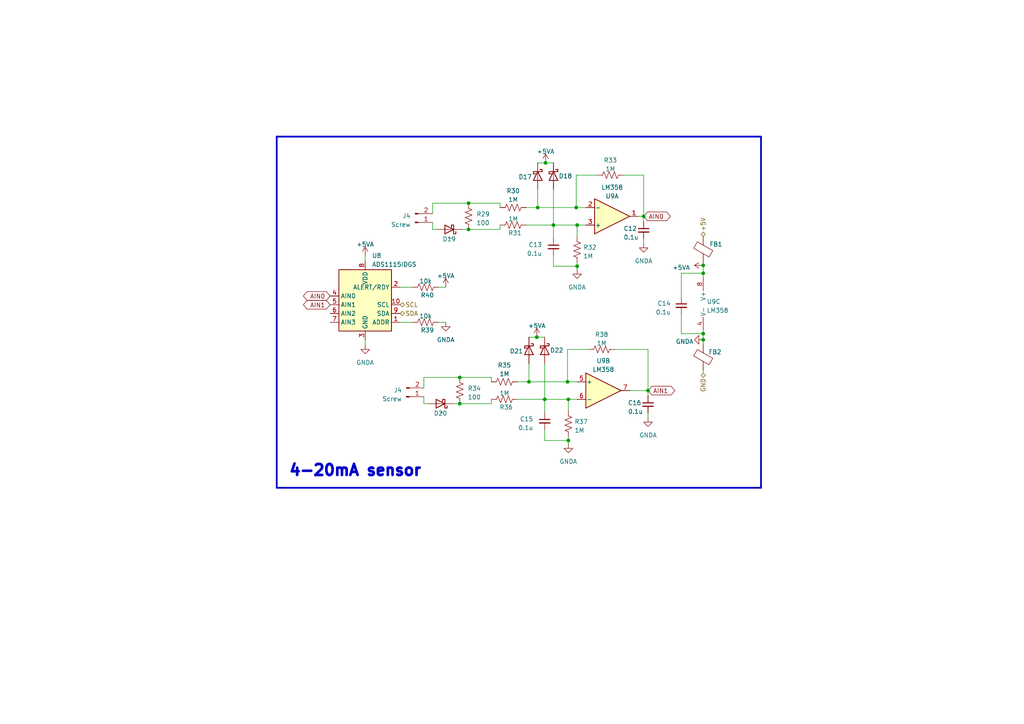
<source format=kicad_sch>
(kicad_sch (version 20230121) (generator eeschema)

  (uuid c15e63be-97ac-4e6d-a12e-e14638965da6)

  (paper "A4")

  (lib_symbols
    (symbol "Amplifier_Operational:LM358" (pin_names (offset 0.127)) (in_bom yes) (on_board yes)
      (property "Reference" "U" (at 0 5.08 0)
        (effects (font (size 1.27 1.27)) (justify left))
      )
      (property "Value" "LM358" (at 0 -5.08 0)
        (effects (font (size 1.27 1.27)) (justify left))
      )
      (property "Footprint" "" (at 0 0 0)
        (effects (font (size 1.27 1.27)) hide)
      )
      (property "Datasheet" "http://www.ti.com/lit/ds/symlink/lm2904-n.pdf" (at 0 0 0)
        (effects (font (size 1.27 1.27)) hide)
      )
      (property "ki_locked" "" (at 0 0 0)
        (effects (font (size 1.27 1.27)))
      )
      (property "ki_keywords" "dual opamp" (at 0 0 0)
        (effects (font (size 1.27 1.27)) hide)
      )
      (property "ki_description" "Low-Power, Dual Operational Amplifiers, DIP-8/SOIC-8/TO-99-8" (at 0 0 0)
        (effects (font (size 1.27 1.27)) hide)
      )
      (property "ki_fp_filters" "SOIC*3.9x4.9mm*P1.27mm* DIP*W7.62mm* TO*99* OnSemi*Micro8* TSSOP*3x3mm*P0.65mm* TSSOP*4.4x3mm*P0.65mm* MSOP*3x3mm*P0.65mm* SSOP*3.9x4.9mm*P0.635mm* LFCSP*2x2mm*P0.5mm* *SIP* SOIC*5.3x6.2mm*P1.27mm*" (at 0 0 0)
        (effects (font (size 1.27 1.27)) hide)
      )
      (symbol "LM358_1_1"
        (polyline
          (pts
            (xy -5.08 5.08)
            (xy 5.08 0)
            (xy -5.08 -5.08)
            (xy -5.08 5.08)
          )
          (stroke (width 0.254) (type default))
          (fill (type background))
        )
        (pin output line (at 7.62 0 180) (length 2.54)
          (name "~" (effects (font (size 1.27 1.27))))
          (number "1" (effects (font (size 1.27 1.27))))
        )
        (pin input line (at -7.62 -2.54 0) (length 2.54)
          (name "-" (effects (font (size 1.27 1.27))))
          (number "2" (effects (font (size 1.27 1.27))))
        )
        (pin input line (at -7.62 2.54 0) (length 2.54)
          (name "+" (effects (font (size 1.27 1.27))))
          (number "3" (effects (font (size 1.27 1.27))))
        )
      )
      (symbol "LM358_2_1"
        (polyline
          (pts
            (xy -5.08 5.08)
            (xy 5.08 0)
            (xy -5.08 -5.08)
            (xy -5.08 5.08)
          )
          (stroke (width 0.254) (type default))
          (fill (type background))
        )
        (pin input line (at -7.62 2.54 0) (length 2.54)
          (name "+" (effects (font (size 1.27 1.27))))
          (number "5" (effects (font (size 1.27 1.27))))
        )
        (pin input line (at -7.62 -2.54 0) (length 2.54)
          (name "-" (effects (font (size 1.27 1.27))))
          (number "6" (effects (font (size 1.27 1.27))))
        )
        (pin output line (at 7.62 0 180) (length 2.54)
          (name "~" (effects (font (size 1.27 1.27))))
          (number "7" (effects (font (size 1.27 1.27))))
        )
      )
      (symbol "LM358_3_1"
        (pin power_in line (at -2.54 -7.62 90) (length 3.81)
          (name "V-" (effects (font (size 1.27 1.27))))
          (number "4" (effects (font (size 1.27 1.27))))
        )
        (pin power_in line (at -2.54 7.62 270) (length 3.81)
          (name "V+" (effects (font (size 1.27 1.27))))
          (number "8" (effects (font (size 1.27 1.27))))
        )
      )
    )
    (symbol "Analog_ADC:ADS1115IDGS" (in_bom yes) (on_board yes)
      (property "Reference" "U" (at 2.54 13.97 0)
        (effects (font (size 1.27 1.27)))
      )
      (property "Value" "ADS1115IDGS" (at 7.62 11.43 0)
        (effects (font (size 1.27 1.27)))
      )
      (property "Footprint" "Package_SO:TSSOP-10_3x3mm_P0.5mm" (at 0 -12.7 0)
        (effects (font (size 1.27 1.27)) hide)
      )
      (property "Datasheet" "http://www.ti.com/lit/ds/symlink/ads1113.pdf" (at -1.27 -22.86 0)
        (effects (font (size 1.27 1.27)) hide)
      )
      (property "ki_keywords" "16 bit 4 channel I2C ADC" (at 0 0 0)
        (effects (font (size 1.27 1.27)) hide)
      )
      (property "ki_description" "Ultra-Small, Low-Power, I2C-Compatible, 860-SPS, 16-Bit ADCs With Internal Reference, Oscillator, and Programmable Comparator, VSSOP-10" (at 0 0 0)
        (effects (font (size 1.27 1.27)) hide)
      )
      (property "ki_fp_filters" "TSSOP*3x3mm*P0.5mm*" (at 0 0 0)
        (effects (font (size 1.27 1.27)) hide)
      )
      (symbol "ADS1115IDGS_0_1"
        (rectangle (start -7.62 10.16) (end 7.62 -7.62)
          (stroke (width 0.254) (type default))
          (fill (type background))
        )
      )
      (symbol "ADS1115IDGS_1_1"
        (pin input line (at 10.16 -5.08 180) (length 2.54)
          (name "ADDR" (effects (font (size 1.27 1.27))))
          (number "1" (effects (font (size 1.27 1.27))))
        )
        (pin input line (at 10.16 0 180) (length 2.54)
          (name "SCL" (effects (font (size 1.27 1.27))))
          (number "10" (effects (font (size 1.27 1.27))))
        )
        (pin output line (at 10.16 5.08 180) (length 2.54)
          (name "ALERT/RDY" (effects (font (size 1.27 1.27))))
          (number "2" (effects (font (size 1.27 1.27))))
        )
        (pin power_in line (at 0 -10.16 90) (length 2.54)
          (name "GND" (effects (font (size 1.27 1.27))))
          (number "3" (effects (font (size 1.27 1.27))))
        )
        (pin input line (at -10.16 2.54 0) (length 2.54)
          (name "AIN0" (effects (font (size 1.27 1.27))))
          (number "4" (effects (font (size 1.27 1.27))))
        )
        (pin input line (at -10.16 0 0) (length 2.54)
          (name "AIN1" (effects (font (size 1.27 1.27))))
          (number "5" (effects (font (size 1.27 1.27))))
        )
        (pin input line (at -10.16 -2.54 0) (length 2.54)
          (name "AIN2" (effects (font (size 1.27 1.27))))
          (number "6" (effects (font (size 1.27 1.27))))
        )
        (pin input line (at -10.16 -5.08 0) (length 2.54)
          (name "AIN3" (effects (font (size 1.27 1.27))))
          (number "7" (effects (font (size 1.27 1.27))))
        )
        (pin power_in line (at 0 12.7 270) (length 2.54)
          (name "VDD" (effects (font (size 1.27 1.27))))
          (number "8" (effects (font (size 1.27 1.27))))
        )
        (pin bidirectional line (at 10.16 -2.54 180) (length 2.54)
          (name "SDA" (effects (font (size 1.27 1.27))))
          (number "9" (effects (font (size 1.27 1.27))))
        )
      )
    )
    (symbol "Connector:Conn_01x02_Pin" (pin_names (offset 1.016) hide) (in_bom yes) (on_board yes)
      (property "Reference" "J" (at 0 2.54 0)
        (effects (font (size 1.27 1.27)))
      )
      (property "Value" "Conn_01x02_Pin" (at 0 -5.08 0)
        (effects (font (size 1.27 1.27)))
      )
      (property "Footprint" "" (at 0 0 0)
        (effects (font (size 1.27 1.27)) hide)
      )
      (property "Datasheet" "~" (at 0 0 0)
        (effects (font (size 1.27 1.27)) hide)
      )
      (property "ki_locked" "" (at 0 0 0)
        (effects (font (size 1.27 1.27)))
      )
      (property "ki_keywords" "connector" (at 0 0 0)
        (effects (font (size 1.27 1.27)) hide)
      )
      (property "ki_description" "Generic connector, single row, 01x02, script generated" (at 0 0 0)
        (effects (font (size 1.27 1.27)) hide)
      )
      (property "ki_fp_filters" "Connector*:*_1x??_*" (at 0 0 0)
        (effects (font (size 1.27 1.27)) hide)
      )
      (symbol "Conn_01x02_Pin_1_1"
        (polyline
          (pts
            (xy 1.27 -2.54)
            (xy 0.8636 -2.54)
          )
          (stroke (width 0.1524) (type default))
          (fill (type none))
        )
        (polyline
          (pts
            (xy 1.27 0)
            (xy 0.8636 0)
          )
          (stroke (width 0.1524) (type default))
          (fill (type none))
        )
        (rectangle (start 0.8636 -2.413) (end 0 -2.667)
          (stroke (width 0.1524) (type default))
          (fill (type outline))
        )
        (rectangle (start 0.8636 0.127) (end 0 -0.127)
          (stroke (width 0.1524) (type default))
          (fill (type outline))
        )
        (pin passive line (at 5.08 0 180) (length 3.81)
          (name "Pin_1" (effects (font (size 1.27 1.27))))
          (number "1" (effects (font (size 1.27 1.27))))
        )
        (pin passive line (at 5.08 -2.54 180) (length 3.81)
          (name "Pin_2" (effects (font (size 1.27 1.27))))
          (number "2" (effects (font (size 1.27 1.27))))
        )
      )
    )
    (symbol "Device:C_Small" (pin_numbers hide) (pin_names (offset 0.254) hide) (in_bom yes) (on_board yes)
      (property "Reference" "C" (at 0.254 1.778 0)
        (effects (font (size 1.27 1.27)) (justify left))
      )
      (property "Value" "C_Small" (at 0.254 -2.032 0)
        (effects (font (size 1.27 1.27)) (justify left))
      )
      (property "Footprint" "" (at 0 0 0)
        (effects (font (size 1.27 1.27)) hide)
      )
      (property "Datasheet" "~" (at 0 0 0)
        (effects (font (size 1.27 1.27)) hide)
      )
      (property "ki_keywords" "capacitor cap" (at 0 0 0)
        (effects (font (size 1.27 1.27)) hide)
      )
      (property "ki_description" "Unpolarized capacitor, small symbol" (at 0 0 0)
        (effects (font (size 1.27 1.27)) hide)
      )
      (property "ki_fp_filters" "C_*" (at 0 0 0)
        (effects (font (size 1.27 1.27)) hide)
      )
      (symbol "C_Small_0_1"
        (polyline
          (pts
            (xy -1.524 -0.508)
            (xy 1.524 -0.508)
          )
          (stroke (width 0.3302) (type default))
          (fill (type none))
        )
        (polyline
          (pts
            (xy -1.524 0.508)
            (xy 1.524 0.508)
          )
          (stroke (width 0.3048) (type default))
          (fill (type none))
        )
      )
      (symbol "C_Small_1_1"
        (pin passive line (at 0 2.54 270) (length 2.032)
          (name "~" (effects (font (size 1.27 1.27))))
          (number "1" (effects (font (size 1.27 1.27))))
        )
        (pin passive line (at 0 -2.54 90) (length 2.032)
          (name "~" (effects (font (size 1.27 1.27))))
          (number "2" (effects (font (size 1.27 1.27))))
        )
      )
    )
    (symbol "Device:D_Schottky" (pin_numbers hide) (pin_names (offset 1.016) hide) (in_bom yes) (on_board yes)
      (property "Reference" "D" (at 0 2.54 0)
        (effects (font (size 1.27 1.27)))
      )
      (property "Value" "D_Schottky" (at 0 -2.54 0)
        (effects (font (size 1.27 1.27)))
      )
      (property "Footprint" "" (at 0 0 0)
        (effects (font (size 1.27 1.27)) hide)
      )
      (property "Datasheet" "~" (at 0 0 0)
        (effects (font (size 1.27 1.27)) hide)
      )
      (property "ki_keywords" "diode Schottky" (at 0 0 0)
        (effects (font (size 1.27 1.27)) hide)
      )
      (property "ki_description" "Schottky diode" (at 0 0 0)
        (effects (font (size 1.27 1.27)) hide)
      )
      (property "ki_fp_filters" "TO-???* *_Diode_* *SingleDiode* D_*" (at 0 0 0)
        (effects (font (size 1.27 1.27)) hide)
      )
      (symbol "D_Schottky_0_1"
        (polyline
          (pts
            (xy 1.27 0)
            (xy -1.27 0)
          )
          (stroke (width 0) (type default))
          (fill (type none))
        )
        (polyline
          (pts
            (xy 1.27 1.27)
            (xy 1.27 -1.27)
            (xy -1.27 0)
            (xy 1.27 1.27)
          )
          (stroke (width 0.254) (type default))
          (fill (type none))
        )
        (polyline
          (pts
            (xy -1.905 0.635)
            (xy -1.905 1.27)
            (xy -1.27 1.27)
            (xy -1.27 -1.27)
            (xy -0.635 -1.27)
            (xy -0.635 -0.635)
          )
          (stroke (width 0.254) (type default))
          (fill (type none))
        )
      )
      (symbol "D_Schottky_1_1"
        (pin passive line (at -3.81 0 0) (length 2.54)
          (name "K" (effects (font (size 1.27 1.27))))
          (number "1" (effects (font (size 1.27 1.27))))
        )
        (pin passive line (at 3.81 0 180) (length 2.54)
          (name "A" (effects (font (size 1.27 1.27))))
          (number "2" (effects (font (size 1.27 1.27))))
        )
      )
    )
    (symbol "Device:FerriteBead" (pin_numbers hide) (pin_names (offset 0)) (in_bom yes) (on_board yes)
      (property "Reference" "FB" (at -3.81 0.635 90)
        (effects (font (size 1.27 1.27)))
      )
      (property "Value" "FerriteBead" (at 3.81 0 90)
        (effects (font (size 1.27 1.27)))
      )
      (property "Footprint" "" (at -1.778 0 90)
        (effects (font (size 1.27 1.27)) hide)
      )
      (property "Datasheet" "~" (at 0 0 0)
        (effects (font (size 1.27 1.27)) hide)
      )
      (property "ki_keywords" "L ferrite bead inductor filter" (at 0 0 0)
        (effects (font (size 1.27 1.27)) hide)
      )
      (property "ki_description" "Ferrite bead" (at 0 0 0)
        (effects (font (size 1.27 1.27)) hide)
      )
      (property "ki_fp_filters" "Inductor_* L_* *Ferrite*" (at 0 0 0)
        (effects (font (size 1.27 1.27)) hide)
      )
      (symbol "FerriteBead_0_1"
        (polyline
          (pts
            (xy 0 -1.27)
            (xy 0 -1.2192)
          )
          (stroke (width 0) (type default))
          (fill (type none))
        )
        (polyline
          (pts
            (xy 0 1.27)
            (xy 0 1.2954)
          )
          (stroke (width 0) (type default))
          (fill (type none))
        )
        (polyline
          (pts
            (xy -2.7686 0.4064)
            (xy -1.7018 2.2606)
            (xy 2.7686 -0.3048)
            (xy 1.6764 -2.159)
            (xy -2.7686 0.4064)
          )
          (stroke (width 0) (type default))
          (fill (type none))
        )
      )
      (symbol "FerriteBead_1_1"
        (pin passive line (at 0 3.81 270) (length 2.54)
          (name "~" (effects (font (size 1.27 1.27))))
          (number "1" (effects (font (size 1.27 1.27))))
        )
        (pin passive line (at 0 -3.81 90) (length 2.54)
          (name "~" (effects (font (size 1.27 1.27))))
          (number "2" (effects (font (size 1.27 1.27))))
        )
      )
    )
    (symbol "Device:R_US" (pin_numbers hide) (pin_names (offset 0)) (in_bom yes) (on_board yes)
      (property "Reference" "R" (at 2.54 0 90)
        (effects (font (size 1.27 1.27)))
      )
      (property "Value" "R_US" (at -2.54 0 90)
        (effects (font (size 1.27 1.27)))
      )
      (property "Footprint" "" (at 1.016 -0.254 90)
        (effects (font (size 1.27 1.27)) hide)
      )
      (property "Datasheet" "~" (at 0 0 0)
        (effects (font (size 1.27 1.27)) hide)
      )
      (property "ki_keywords" "R res resistor" (at 0 0 0)
        (effects (font (size 1.27 1.27)) hide)
      )
      (property "ki_description" "Resistor, US symbol" (at 0 0 0)
        (effects (font (size 1.27 1.27)) hide)
      )
      (property "ki_fp_filters" "R_*" (at 0 0 0)
        (effects (font (size 1.27 1.27)) hide)
      )
      (symbol "R_US_0_1"
        (polyline
          (pts
            (xy 0 -2.286)
            (xy 0 -2.54)
          )
          (stroke (width 0) (type default))
          (fill (type none))
        )
        (polyline
          (pts
            (xy 0 2.286)
            (xy 0 2.54)
          )
          (stroke (width 0) (type default))
          (fill (type none))
        )
        (polyline
          (pts
            (xy 0 -0.762)
            (xy 1.016 -1.143)
            (xy 0 -1.524)
            (xy -1.016 -1.905)
            (xy 0 -2.286)
          )
          (stroke (width 0) (type default))
          (fill (type none))
        )
        (polyline
          (pts
            (xy 0 0.762)
            (xy 1.016 0.381)
            (xy 0 0)
            (xy -1.016 -0.381)
            (xy 0 -0.762)
          )
          (stroke (width 0) (type default))
          (fill (type none))
        )
        (polyline
          (pts
            (xy 0 2.286)
            (xy 1.016 1.905)
            (xy 0 1.524)
            (xy -1.016 1.143)
            (xy 0 0.762)
          )
          (stroke (width 0) (type default))
          (fill (type none))
        )
      )
      (symbol "R_US_1_1"
        (pin passive line (at 0 3.81 270) (length 1.27)
          (name "~" (effects (font (size 1.27 1.27))))
          (number "1" (effects (font (size 1.27 1.27))))
        )
        (pin passive line (at 0 -3.81 90) (length 1.27)
          (name "~" (effects (font (size 1.27 1.27))))
          (number "2" (effects (font (size 1.27 1.27))))
        )
      )
    )
    (symbol "power:+5VA" (power) (pin_names (offset 0)) (in_bom yes) (on_board yes)
      (property "Reference" "#PWR" (at 0 -3.81 0)
        (effects (font (size 1.27 1.27)) hide)
      )
      (property "Value" "+5VA" (at 0 3.556 0)
        (effects (font (size 1.27 1.27)))
      )
      (property "Footprint" "" (at 0 0 0)
        (effects (font (size 1.27 1.27)) hide)
      )
      (property "Datasheet" "" (at 0 0 0)
        (effects (font (size 1.27 1.27)) hide)
      )
      (property "ki_keywords" "global power" (at 0 0 0)
        (effects (font (size 1.27 1.27)) hide)
      )
      (property "ki_description" "Power symbol creates a global label with name \"+5VA\"" (at 0 0 0)
        (effects (font (size 1.27 1.27)) hide)
      )
      (symbol "+5VA_0_1"
        (polyline
          (pts
            (xy -0.762 1.27)
            (xy 0 2.54)
          )
          (stroke (width 0) (type default))
          (fill (type none))
        )
        (polyline
          (pts
            (xy 0 0)
            (xy 0 2.54)
          )
          (stroke (width 0) (type default))
          (fill (type none))
        )
        (polyline
          (pts
            (xy 0 2.54)
            (xy 0.762 1.27)
          )
          (stroke (width 0) (type default))
          (fill (type none))
        )
      )
      (symbol "+5VA_1_1"
        (pin power_in line (at 0 0 90) (length 0) hide
          (name "+5VA" (effects (font (size 1.27 1.27))))
          (number "1" (effects (font (size 1.27 1.27))))
        )
      )
    )
    (symbol "power:GNDA" (power) (pin_names (offset 0)) (in_bom yes) (on_board yes)
      (property "Reference" "#PWR" (at 0 -6.35 0)
        (effects (font (size 1.27 1.27)) hide)
      )
      (property "Value" "GNDA" (at 0 -3.81 0)
        (effects (font (size 1.27 1.27)))
      )
      (property "Footprint" "" (at 0 0 0)
        (effects (font (size 1.27 1.27)) hide)
      )
      (property "Datasheet" "" (at 0 0 0)
        (effects (font (size 1.27 1.27)) hide)
      )
      (property "ki_keywords" "global power" (at 0 0 0)
        (effects (font (size 1.27 1.27)) hide)
      )
      (property "ki_description" "Power symbol creates a global label with name \"GNDA\" , analog ground" (at 0 0 0)
        (effects (font (size 1.27 1.27)) hide)
      )
      (symbol "GNDA_0_1"
        (polyline
          (pts
            (xy 0 0)
            (xy 0 -1.27)
            (xy 1.27 -1.27)
            (xy 0 -2.54)
            (xy -1.27 -1.27)
            (xy 0 -1.27)
          )
          (stroke (width 0) (type default))
          (fill (type none))
        )
      )
      (symbol "GNDA_1_1"
        (pin power_in line (at 0 0 270) (length 0) hide
          (name "GNDA" (effects (font (size 1.27 1.27))))
          (number "1" (effects (font (size 1.27 1.27))))
        )
      )
    )
  )

  (junction (at 157.988 115.824) (diameter 0) (color 0 0 0 0)
    (uuid 099eb9ce-a80b-4884-9f40-95ea7af2e6db)
  )
  (junction (at 203.962 98.552) (diameter 0) (color 0 0 0 0)
    (uuid 0fbf9d96-f02a-4b21-9a68-c9fbe5d89bf1)
  )
  (junction (at 158.242 47.244) (diameter 0) (color 0 0 0 0)
    (uuid 1549a414-3622-44c6-9ca5-a64abb5e171f)
  )
  (junction (at 203.962 79.248) (diameter 0) (color 0 0 0 0)
    (uuid 1ee3f8e6-fe3e-45be-a116-3b416c13b283)
  )
  (junction (at 135.89 66.548) (diameter 0) (color 0 0 0 0)
    (uuid 1f16c0f3-5740-47ff-92c1-cfba501dbc7d)
  )
  (junction (at 153.416 110.744) (diameter 0) (color 0 0 0 0)
    (uuid 2665f7f9-fd00-46d0-af6f-9f9ba64d3164)
  )
  (junction (at 155.956 60.198) (diameter 0) (color 0 0 0 0)
    (uuid 364e937f-8976-433e-9c27-2bc0ebe4d837)
  )
  (junction (at 133.35 117.094) (diameter 0) (color 0 0 0 0)
    (uuid 409770c7-3359-41a3-bb51-e982b6b274b5)
  )
  (junction (at 164.846 115.824) (diameter 0) (color 0 0 0 0)
    (uuid 6f2fbc15-0f36-43ac-be7c-d47255801b4a)
  )
  (junction (at 164.592 110.744) (diameter 0) (color 0 0 0 0)
    (uuid 792fe08d-edcb-45e0-a828-022990e1615e)
  )
  (junction (at 203.962 96.774) (diameter 0) (color 0 0 0 0)
    (uuid 7c19d1b6-aa6b-4339-bc14-3530c0c2b9f7)
  )
  (junction (at 160.528 65.278) (diameter 0) (color 0 0 0 0)
    (uuid 7ca2b678-e870-49a8-8ac0-13e3fa414b1e)
  )
  (junction (at 186.69 62.738) (diameter 0) (color 0 0 0 0)
    (uuid 7dc2ed65-56a2-4e73-8627-148480e66615)
  )
  (junction (at 167.386 65.278) (diameter 0) (color 0 0 0 0)
    (uuid 7fa854bb-4777-476a-8f13-1d0f36cbdad2)
  )
  (junction (at 135.89 58.928) (diameter 0) (color 0 0 0 0)
    (uuid 8f1db62d-1c11-4a1b-956d-27dbb8ab3483)
  )
  (junction (at 187.96 113.284) (diameter 0) (color 0 0 0 0)
    (uuid 919a1aea-ed91-4727-b492-1b804465c563)
  )
  (junction (at 167.386 77.216) (diameter 0) (color 0 0 0 0)
    (uuid 9b4d4172-cda5-4a46-ac7d-f2cd3b10257e)
  )
  (junction (at 133.35 109.474) (diameter 0) (color 0 0 0 0)
    (uuid a9f2da4e-4512-418d-a2b8-95f09896af9f)
  )
  (junction (at 203.962 76.962) (diameter 0) (color 0 0 0 0)
    (uuid ac305935-feab-4d2b-8821-93107db2c509)
  )
  (junction (at 164.846 127.762) (diameter 0) (color 0 0 0 0)
    (uuid c15da9ab-2427-489d-b488-233b00857d63)
  )
  (junction (at 167.132 60.198) (diameter 0) (color 0 0 0 0)
    (uuid cd18c432-5050-4bbf-bfeb-02d81f36b627)
  )
  (junction (at 155.702 97.79) (diameter 0) (color 0 0 0 0)
    (uuid e98f4823-5bad-46c1-9922-302ec6d4e801)
  )

  (wire (pts (xy 203.962 76.2) (xy 203.962 76.962))
    (stroke (width 0) (type default))
    (uuid 0265e0ba-b451-47a3-8df9-a84583f16c73)
  )
  (wire (pts (xy 145.034 58.928) (xy 145.034 60.198))
    (stroke (width 0) (type default))
    (uuid 074f3482-6fc0-4925-8d57-1d8a8c79a018)
  )
  (wire (pts (xy 167.132 50.8) (xy 167.132 60.198))
    (stroke (width 0) (type default))
    (uuid 0bb535ad-2fcb-48a8-a042-1753da2f9087)
  )
  (wire (pts (xy 164.846 115.824) (xy 164.846 119.126))
    (stroke (width 0) (type default))
    (uuid 0c57b8bf-55f8-471a-98b0-dc4bcfb8248a)
  )
  (wire (pts (xy 164.846 126.746) (xy 164.846 127.762))
    (stroke (width 0) (type default))
    (uuid 0ede5a4c-02cf-4fb9-9e93-f9c076a311c9)
  )
  (wire (pts (xy 164.846 115.824) (xy 167.386 115.824))
    (stroke (width 0) (type default))
    (uuid 157e045a-55e0-4b06-abab-151b25879fb8)
  )
  (wire (pts (xy 203.962 79.248) (xy 203.962 80.518))
    (stroke (width 0) (type default))
    (uuid 17ce43d0-953b-41f2-ad8b-7f34591b9138)
  )
  (wire (pts (xy 153.416 97.79) (xy 155.702 97.79))
    (stroke (width 0) (type default))
    (uuid 1907e812-3ed5-40f1-b354-6930414fdd21)
  )
  (wire (pts (xy 203.962 96.774) (xy 203.962 98.552))
    (stroke (width 0) (type default))
    (uuid 1909910c-f79d-4e14-b1a1-c60295a1a9fe)
  )
  (wire (pts (xy 173.228 50.8) (xy 167.132 50.8))
    (stroke (width 0) (type default))
    (uuid 1cba4a79-efc5-4876-93d7-7e72dc4b4fa5)
  )
  (wire (pts (xy 125.476 64.516) (xy 125.476 66.548))
    (stroke (width 0) (type default))
    (uuid 315b7c24-9b47-4414-946c-5ea08c39844a)
  )
  (wire (pts (xy 197.612 91.186) (xy 197.612 96.774))
    (stroke (width 0) (type default))
    (uuid 33f7ba9f-329e-491d-bb11-89b11f3d0b77)
  )
  (wire (pts (xy 116.078 93.472) (xy 119.634 93.472))
    (stroke (width 0) (type default))
    (uuid 367f19b2-5525-4708-9f6a-fd0dffbba11a)
  )
  (wire (pts (xy 157.988 115.824) (xy 164.846 115.824))
    (stroke (width 0) (type default))
    (uuid 36bb5c47-48d9-481a-92f0-6e76e6f52244)
  )
  (wire (pts (xy 153.416 105.41) (xy 153.416 110.744))
    (stroke (width 0) (type default))
    (uuid 375c7fa5-3d2b-4561-b5d4-a9ec7b4605be)
  )
  (wire (pts (xy 153.416 110.744) (xy 164.592 110.744))
    (stroke (width 0) (type default))
    (uuid 3dcd3431-2103-4fb0-9f2a-c6b2fdad488f)
  )
  (wire (pts (xy 134.112 66.548) (xy 135.89 66.548))
    (stroke (width 0) (type default))
    (uuid 3df0fc56-e5c0-4c46-ab25-db737770c2d8)
  )
  (wire (pts (xy 167.386 65.278) (xy 167.386 68.58))
    (stroke (width 0) (type default))
    (uuid 3f22410d-39f7-40e8-be15-2fe5d6b54da0)
  )
  (wire (pts (xy 135.89 66.548) (xy 145.034 66.548))
    (stroke (width 0) (type default))
    (uuid 4735b891-22b1-45d2-b190-3dd8a287bc6b)
  )
  (wire (pts (xy 131.572 117.094) (xy 133.35 117.094))
    (stroke (width 0) (type default))
    (uuid 4879f252-64e8-4e4d-99b2-f94e1129815f)
  )
  (wire (pts (xy 142.494 117.094) (xy 142.494 115.824))
    (stroke (width 0) (type default))
    (uuid 492ed797-fbc5-468e-b661-652149551316)
  )
  (wire (pts (xy 152.654 60.198) (xy 155.956 60.198))
    (stroke (width 0) (type default))
    (uuid 51126d3e-d9e0-4589-86ca-fe7aeeb4e31b)
  )
  (wire (pts (xy 105.918 74.168) (xy 105.918 75.692))
    (stroke (width 0) (type default))
    (uuid 522b660f-6cfa-496f-9d78-d9a12135c0f1)
  )
  (wire (pts (xy 135.89 58.928) (xy 145.034 58.928))
    (stroke (width 0) (type default))
    (uuid 54ecfdb4-631e-4efd-a323-59fc78e6694c)
  )
  (wire (pts (xy 152.654 65.278) (xy 160.528 65.278))
    (stroke (width 0) (type default))
    (uuid 58328d0a-5046-4959-97aa-2b26c9f3201a)
  )
  (wire (pts (xy 125.476 66.548) (xy 126.492 66.548))
    (stroke (width 0) (type default))
    (uuid 5a189376-e551-4cef-9bfd-0b7cf94b2871)
  )
  (wire (pts (xy 186.69 62.738) (xy 186.69 64.262))
    (stroke (width 0) (type default))
    (uuid 5b639ad3-b321-4412-9c80-e5c1fc2bea1c)
  )
  (wire (pts (xy 167.386 77.216) (xy 167.386 78.232))
    (stroke (width 0) (type default))
    (uuid 5d4bda57-ab0e-483f-a888-aa4a909f2213)
  )
  (wire (pts (xy 122.936 117.094) (xy 123.952 117.094))
    (stroke (width 0) (type default))
    (uuid 627aa8db-7a5c-429b-97f3-362c1fb415d8)
  )
  (wire (pts (xy 125.476 58.928) (xy 135.89 58.928))
    (stroke (width 0) (type default))
    (uuid 645fcbcb-b53e-4158-acb5-d699288ed765)
  )
  (wire (pts (xy 187.96 113.284) (xy 187.96 114.808))
    (stroke (width 0) (type default))
    (uuid 64959040-a42f-4080-ae79-e1ffc3c4781b)
  )
  (wire (pts (xy 133.35 109.474) (xy 142.494 109.474))
    (stroke (width 0) (type default))
    (uuid 64e3fb1b-f3b9-4312-b54b-bfad3b936236)
  )
  (wire (pts (xy 155.702 97.79) (xy 157.988 97.79))
    (stroke (width 0) (type default))
    (uuid 67514ec1-a4d9-433d-96be-27769f742964)
  )
  (wire (pts (xy 160.528 54.864) (xy 160.528 65.278))
    (stroke (width 0) (type default))
    (uuid 69794c14-a929-472c-a2e2-3507fc9fb0f2)
  )
  (wire (pts (xy 150.114 110.744) (xy 153.416 110.744))
    (stroke (width 0) (type default))
    (uuid 6b9db841-0daf-4bd4-bfdc-99b0a2bcfdb0)
  )
  (wire (pts (xy 167.132 60.198) (xy 169.926 60.198))
    (stroke (width 0) (type default))
    (uuid 6f1b09bc-4f11-41c6-ab5c-d94a3c259d07)
  )
  (wire (pts (xy 164.592 110.744) (xy 167.386 110.744))
    (stroke (width 0) (type default))
    (uuid 6fd76005-328d-4c0f-9eaf-766cf6f97ac7)
  )
  (wire (pts (xy 167.386 76.2) (xy 167.386 77.216))
    (stroke (width 0) (type default))
    (uuid 70503f64-cc61-4402-b05a-9fcf78f8cee4)
  )
  (wire (pts (xy 186.69 62.738) (xy 185.166 62.738))
    (stroke (width 0) (type default))
    (uuid 739b9cea-2799-4a1a-b422-9a0255af06bf)
  )
  (wire (pts (xy 155.956 60.198) (xy 167.132 60.198))
    (stroke (width 0) (type default))
    (uuid 758dfc97-d9b0-4139-92e0-fdc85661aa20)
  )
  (wire (pts (xy 160.528 74.168) (xy 160.528 77.216))
    (stroke (width 0) (type default))
    (uuid 787bbdf8-6a3e-43a2-85f2-b3de59218f26)
  )
  (wire (pts (xy 180.848 50.8) (xy 186.69 50.8))
    (stroke (width 0) (type default))
    (uuid 7a17a064-c7af-4e24-8fb3-89722bcf5a0e)
  )
  (wire (pts (xy 164.592 101.346) (xy 164.592 110.744))
    (stroke (width 0) (type default))
    (uuid 7b2ad376-7219-4955-a4bd-13783985307f)
  )
  (wire (pts (xy 197.612 86.106) (xy 197.612 79.248))
    (stroke (width 0) (type default))
    (uuid 7cb2fdee-9d6c-4858-a46c-20ae07385ca4)
  )
  (wire (pts (xy 203.962 96.774) (xy 203.962 95.758))
    (stroke (width 0) (type default))
    (uuid 7dfc605c-2e89-410d-90df-6e3c9bd73e1b)
  )
  (wire (pts (xy 160.528 65.278) (xy 167.386 65.278))
    (stroke (width 0) (type default))
    (uuid 8a63b296-b824-4a2e-ae5e-b37559c38dc0)
  )
  (wire (pts (xy 116.078 83.312) (xy 119.634 83.312))
    (stroke (width 0) (type default))
    (uuid 8df43ad8-313f-4508-b000-d9e0937bdab4)
  )
  (wire (pts (xy 186.69 50.8) (xy 186.69 62.738))
    (stroke (width 0) (type default))
    (uuid 8ed59dd5-a56e-4a95-8aa9-44baed178671)
  )
  (wire (pts (xy 157.988 105.41) (xy 157.988 115.824))
    (stroke (width 0) (type default))
    (uuid 9243683f-b758-4ca5-bc31-c109f708e05a)
  )
  (wire (pts (xy 155.956 47.244) (xy 158.242 47.244))
    (stroke (width 0) (type default))
    (uuid 94603ed6-fd4f-44bd-93c2-8d8432875157)
  )
  (wire (pts (xy 127.254 93.472) (xy 129.286 93.472))
    (stroke (width 0) (type default))
    (uuid a460b50e-c168-43d8-9d41-2739e44b3535)
  )
  (wire (pts (xy 157.988 115.824) (xy 157.988 119.634))
    (stroke (width 0) (type default))
    (uuid a47aafcb-62b7-4591-96b0-0d1c919fde35)
  )
  (wire (pts (xy 170.688 101.346) (xy 164.592 101.346))
    (stroke (width 0) (type default))
    (uuid a4a54405-26de-42bd-ab58-7cc1ee6f2ba6)
  )
  (wire (pts (xy 155.956 54.864) (xy 155.956 60.198))
    (stroke (width 0) (type default))
    (uuid a92ffe35-acec-4d60-9ba4-3cb8650f02e9)
  )
  (wire (pts (xy 125.476 61.976) (xy 125.476 58.928))
    (stroke (width 0) (type default))
    (uuid a9a0af52-5227-4859-b359-feaf9d8bed6e)
  )
  (wire (pts (xy 142.494 109.474) (xy 142.494 110.744))
    (stroke (width 0) (type default))
    (uuid abdaac91-4b54-4cc5-a96f-94b7c23ce9c5)
  )
  (wire (pts (xy 182.626 113.284) (xy 187.96 113.284))
    (stroke (width 0) (type default))
    (uuid acdd9822-d5ff-4890-8765-e81cbe6dcbe9)
  )
  (wire (pts (xy 133.35 117.094) (xy 142.494 117.094))
    (stroke (width 0) (type default))
    (uuid af3e1e82-d5e1-4795-8eff-aae9f9d1580b)
  )
  (wire (pts (xy 157.988 124.714) (xy 157.988 127.762))
    (stroke (width 0) (type default))
    (uuid b61bc44d-4705-4d5c-9356-94b40a8fcff5)
  )
  (wire (pts (xy 186.69 69.342) (xy 186.69 70.612))
    (stroke (width 0) (type default))
    (uuid c0768ab9-1acc-4938-a5a1-1398fc56aa1e)
  )
  (wire (pts (xy 203.962 76.962) (xy 203.962 79.248))
    (stroke (width 0) (type default))
    (uuid c2f26189-dc5e-4772-96b7-5a0ee14ee137)
  )
  (wire (pts (xy 122.936 112.522) (xy 122.936 109.474))
    (stroke (width 0) (type default))
    (uuid c4c5aee6-d24e-413c-b0ec-87e479c0446d)
  )
  (wire (pts (xy 187.96 119.888) (xy 187.96 121.158))
    (stroke (width 0) (type default))
    (uuid c938fd9a-d19a-4224-95ca-0903913377bd)
  )
  (wire (pts (xy 203.962 107.442) (xy 203.962 108.204))
    (stroke (width 0) (type default))
    (uuid cc7e73c1-96fe-4809-ba0b-f485bda771d8)
  )
  (wire (pts (xy 105.918 98.552) (xy 105.918 100.076))
    (stroke (width 0) (type default))
    (uuid ceb11c4a-50f6-43b6-9d41-1cfd1f523cc2)
  )
  (wire (pts (xy 122.936 109.474) (xy 133.35 109.474))
    (stroke (width 0) (type default))
    (uuid cfc7025e-873b-4f16-9736-1ae0d2b710a0)
  )
  (wire (pts (xy 158.242 47.244) (xy 160.528 47.244))
    (stroke (width 0) (type default))
    (uuid d0b4f338-51a1-4a2a-9595-49febd2affeb)
  )
  (wire (pts (xy 160.528 77.216) (xy 167.386 77.216))
    (stroke (width 0) (type default))
    (uuid d3b1a710-5d71-4edf-9945-a502b216a075)
  )
  (wire (pts (xy 150.114 115.824) (xy 157.988 115.824))
    (stroke (width 0) (type default))
    (uuid d5355a3a-760e-44ea-a86a-20ca24b5cb2b)
  )
  (wire (pts (xy 203.962 98.552) (xy 203.962 99.822))
    (stroke (width 0) (type default))
    (uuid dd0d6499-96c0-4a6c-b4f7-c0f0725cd2df)
  )
  (wire (pts (xy 197.612 79.248) (xy 203.962 79.248))
    (stroke (width 0) (type default))
    (uuid df9e971a-454a-479b-82a1-f8aeb16df4be)
  )
  (wire (pts (xy 178.308 101.346) (xy 187.96 101.346))
    (stroke (width 0) (type default))
    (uuid dfb2036d-bc60-45a1-aabc-f132df7686a6)
  )
  (wire (pts (xy 197.612 96.774) (xy 203.962 96.774))
    (stroke (width 0) (type default))
    (uuid e51762ed-8be5-4ca0-84b6-53f0d2b60ca5)
  )
  (wire (pts (xy 187.96 101.346) (xy 187.96 113.284))
    (stroke (width 0) (type default))
    (uuid e936dbbb-48ad-4bd6-9e03-5c6e23715643)
  )
  (wire (pts (xy 127.254 83.312) (xy 129.286 83.312))
    (stroke (width 0) (type default))
    (uuid ed654ac4-9a58-48a8-99c3-4edab55972a6)
  )
  (wire (pts (xy 167.386 65.278) (xy 169.926 65.278))
    (stroke (width 0) (type default))
    (uuid f1424978-35c2-4be0-b7e5-f6b36b14f50f)
  )
  (wire (pts (xy 164.846 127.762) (xy 164.846 128.778))
    (stroke (width 0) (type default))
    (uuid f8094026-28e3-447b-91e3-3c5ddd79215a)
  )
  (wire (pts (xy 122.936 115.062) (xy 122.936 117.094))
    (stroke (width 0) (type default))
    (uuid f891a915-7f31-4fa0-8868-da5ea22f0d68)
  )
  (wire (pts (xy 145.034 66.548) (xy 145.034 65.278))
    (stroke (width 0) (type default))
    (uuid fdd199e8-2e9c-4223-9d59-9766ab686d24)
  )
  (wire (pts (xy 160.528 65.278) (xy 160.528 69.088))
    (stroke (width 0) (type default))
    (uuid fe74f2b8-067b-4f9e-8c92-2a8e09cb28b2)
  )
  (wire (pts (xy 157.988 127.762) (xy 164.846 127.762))
    (stroke (width 0) (type default))
    (uuid ff51b289-c364-47e3-836e-561f1d3f9ef3)
  )

  (rectangle (start 80.264 39.624) (end 220.726 141.478)
    (stroke (width 0.508) (type default))
    (fill (type none))
    (uuid 0aa765cc-99c4-4132-9037-dd03e7d74b7e)
  )

  (text "4-20mA sensor" (at 83.566 138.43 0)
    (effects (font (size 3.175 3.175) (thickness 0.762) bold) (justify left bottom))
    (uuid a613b956-1750-4452-a72c-88deaa4d0bd1)
  )

  (global_label "AIN0" (shape bidirectional) (at 186.69 62.738 0) (fields_autoplaced)
    (effects (font (size 1.27 1.27)) (justify left))
    (uuid 28afffba-35b1-44fb-b30d-23a0dc623b53)
    (property "Intersheetrefs" "${INTERSHEET_REFS}" (at 194.9405 62.738 0)
      (effects (font (size 1.27 1.27)) (justify left) hide)
    )
  )
  (global_label "AIN0" (shape bidirectional) (at 95.758 85.852 180) (fields_autoplaced)
    (effects (font (size 1.27 1.27)) (justify right))
    (uuid 4c4397e9-e20d-4798-989c-cdf45ecbf24b)
    (property "Intersheetrefs" "${INTERSHEET_REFS}" (at 87.5075 85.852 0)
      (effects (font (size 1.27 1.27)) (justify right) hide)
    )
  )
  (global_label "AIN1" (shape bidirectional) (at 187.96 113.284 0) (fields_autoplaced)
    (effects (font (size 1.27 1.27)) (justify left))
    (uuid 91e499cc-167b-49c9-aba6-2a4881c01dfa)
    (property "Intersheetrefs" "${INTERSHEET_REFS}" (at 196.2105 113.284 0)
      (effects (font (size 1.27 1.27)) (justify left) hide)
    )
  )
  (global_label "AIN1" (shape bidirectional) (at 95.758 88.392 180) (fields_autoplaced)
    (effects (font (size 1.27 1.27)) (justify right))
    (uuid 95b5d57a-4f4c-4360-be29-5e02e5333563)
    (property "Intersheetrefs" "${INTERSHEET_REFS}" (at 87.5075 88.392 0)
      (effects (font (size 1.27 1.27)) (justify right) hide)
    )
  )

  (hierarchical_label "SCL" (shape bidirectional) (at 116.078 88.392 0) (fields_autoplaced)
    (effects (font (size 1.27 1.27)) (justify left))
    (uuid 14de1997-eb8b-4a76-b2f2-428d26a3274f)
  )
  (hierarchical_label "GND" (shape bidirectional) (at 203.962 108.204 270) (fields_autoplaced)
    (effects (font (size 1.27 1.27)) (justify right))
    (uuid 1ced424e-0a6d-48ff-ad6f-818f1420ae5b)
  )
  (hierarchical_label "+5V" (shape bidirectional) (at 203.962 68.58 90) (fields_autoplaced)
    (effects (font (size 1.27 1.27)) (justify left))
    (uuid 552c251a-32a6-4311-aba7-09196d7a20c7)
  )
  (hierarchical_label "SDA" (shape bidirectional) (at 116.078 90.932 0) (fields_autoplaced)
    (effects (font (size 1.27 1.27)) (justify left))
    (uuid b5f309c1-32c9-42dd-b797-ec7564f314ca)
  )

  (symbol (lib_id "power:+5VA") (at 105.918 74.168 0) (unit 1)
    (in_bom yes) (on_board yes) (dnp no) (fields_autoplaced)
    (uuid 00490e79-e409-4d20-9c84-5695753257a1)
    (property "Reference" "#PWR052" (at 105.918 77.978 0)
      (effects (font (size 1.27 1.27)) hide)
    )
    (property "Value" "+5VA" (at 105.918 70.866 0)
      (effects (font (size 1.27 1.27)))
    )
    (property "Footprint" "" (at 105.918 74.168 0)
      (effects (font (size 1.27 1.27)) hide)
    )
    (property "Datasheet" "" (at 105.918 74.168 0)
      (effects (font (size 1.27 1.27)) hide)
    )
    (pin "1" (uuid 2b43eb43-eb0a-4e3e-a6ad-098ddb34b4e6))
    (instances
      (project "Datalogger"
        (path "/9962467c-5981-4f6d-a8e0-b5534b13e1af/794c25a5-7a0f-4a8c-983c-67e09fe08f11"
          (reference "#PWR052") (unit 1)
        )
      )
    )
  )

  (symbol (lib_id "power:GNDA") (at 186.69 70.612 0) (unit 1)
    (in_bom yes) (on_board yes) (dnp no) (fields_autoplaced)
    (uuid 047a001d-30d8-4ba5-85af-fe61622f9fa8)
    (property "Reference" "#PWR043" (at 186.69 76.962 0)
      (effects (font (size 1.27 1.27)) hide)
    )
    (property "Value" "GNDA" (at 186.69 75.692 0)
      (effects (font (size 1.27 1.27)))
    )
    (property "Footprint" "" (at 186.69 70.612 0)
      (effects (font (size 1.27 1.27)) hide)
    )
    (property "Datasheet" "" (at 186.69 70.612 0)
      (effects (font (size 1.27 1.27)) hide)
    )
    (pin "1" (uuid ad312783-b10d-4d3d-85e2-6fc1abfd6930))
    (instances
      (project "Datalogger"
        (path "/9962467c-5981-4f6d-a8e0-b5534b13e1af/794c25a5-7a0f-4a8c-983c-67e09fe08f11"
          (reference "#PWR043") (unit 1)
        )
      )
    )
  )

  (symbol (lib_id "Device:D_Schottky") (at 153.416 101.6 270) (unit 1)
    (in_bom yes) (on_board yes) (dnp no)
    (uuid 04b68bf7-d5b5-4f05-9009-327b85a5a995)
    (property "Reference" "D21" (at 147.828 101.854 90)
      (effects (font (size 1.27 1.27)) (justify left))
    )
    (property "Value" "~" (at 155.956 101.2825 0)
      (effects (font (size 1.27 1.27)) hide)
    )
    (property "Footprint" "" (at 153.416 101.6 0)
      (effects (font (size 1.27 1.27)) hide)
    )
    (property "Datasheet" "~" (at 153.416 101.6 0)
      (effects (font (size 1.27 1.27)) hide)
    )
    (pin "1" (uuid 86f150e3-961e-4b41-8ed3-f2efc32bbe10))
    (pin "2" (uuid 477f870e-f536-4b97-ad21-08e06cb0eb16))
    (instances
      (project "Datalogger"
        (path "/9962467c-5981-4f6d-a8e0-b5534b13e1af/794c25a5-7a0f-4a8c-983c-67e09fe08f11"
          (reference "D21") (unit 1)
        )
      )
    )
  )

  (symbol (lib_id "power:GNDA") (at 203.962 98.552 270) (unit 1)
    (in_bom yes) (on_board yes) (dnp no)
    (uuid 075e2a2d-bfe3-4c12-92a3-5df1765c8ce7)
    (property "Reference" "#PWR045" (at 197.612 98.552 0)
      (effects (font (size 1.27 1.27)) hide)
    )
    (property "Value" "GNDA" (at 201.168 99.06 90)
      (effects (font (size 1.27 1.27)) (justify right))
    )
    (property "Footprint" "" (at 203.962 98.552 0)
      (effects (font (size 1.27 1.27)) hide)
    )
    (property "Datasheet" "" (at 203.962 98.552 0)
      (effects (font (size 1.27 1.27)) hide)
    )
    (pin "1" (uuid 0299d8b6-f771-4741-b580-6216a41e3ec0))
    (instances
      (project "Datalogger"
        (path "/9962467c-5981-4f6d-a8e0-b5534b13e1af/794c25a5-7a0f-4a8c-983c-67e09fe08f11"
          (reference "#PWR045") (unit 1)
        )
      )
    )
  )

  (symbol (lib_id "Amplifier_Operational:LM358") (at 177.546 62.738 0) (mirror x) (unit 1)
    (in_bom yes) (on_board yes) (dnp no)
    (uuid 08ff0941-75ba-408c-ae0e-a8e24ac03328)
    (property "Reference" "U9" (at 177.546 56.896 0)
      (effects (font (size 1.27 1.27)))
    )
    (property "Value" "LM358" (at 177.546 54.356 0)
      (effects (font (size 1.27 1.27)))
    )
    (property "Footprint" "" (at 177.546 62.738 0)
      (effects (font (size 1.27 1.27)) hide)
    )
    (property "Datasheet" "http://www.ti.com/lit/ds/symlink/lm2904-n.pdf" (at 177.546 62.738 0)
      (effects (font (size 1.27 1.27)) hide)
    )
    (pin "1" (uuid 3245b263-34ff-405c-ac14-5cb1e519a0b6))
    (pin "2" (uuid 28e8151f-2c7e-41a8-8767-a93af8d59b7c))
    (pin "3" (uuid 4192974d-c21c-4e59-86df-8995da1d3570))
    (pin "5" (uuid f179513e-09b0-4aeb-ad9e-84af05c7eb51))
    (pin "6" (uuid 0bdd6bf8-a82c-4dd9-b82e-b066a1f6db08))
    (pin "7" (uuid bb2607bf-e9eb-450d-a56d-d4ba7768cfc3))
    (pin "4" (uuid 24936ea6-9bff-4198-af36-815c189a7bfd))
    (pin "8" (uuid 85b57cca-3a8a-452a-8091-718116f3b495))
    (instances
      (project "Datalogger"
        (path "/9962467c-5981-4f6d-a8e0-b5534b13e1af/794c25a5-7a0f-4a8c-983c-67e09fe08f11"
          (reference "U9") (unit 1)
        )
      )
    )
  )

  (symbol (lib_id "power:GNDA") (at 167.386 78.232 0) (unit 1)
    (in_bom yes) (on_board yes) (dnp no) (fields_autoplaced)
    (uuid 0d6f6867-37e6-4696-a740-c0d914981c6c)
    (property "Reference" "#PWR042" (at 167.386 84.582 0)
      (effects (font (size 1.27 1.27)) hide)
    )
    (property "Value" "GNDA" (at 167.386 83.312 0)
      (effects (font (size 1.27 1.27)))
    )
    (property "Footprint" "" (at 167.386 78.232 0)
      (effects (font (size 1.27 1.27)) hide)
    )
    (property "Datasheet" "" (at 167.386 78.232 0)
      (effects (font (size 1.27 1.27)) hide)
    )
    (pin "1" (uuid 94cc16db-253f-471c-b46c-34e5e9f7cb45))
    (instances
      (project "Datalogger"
        (path "/9962467c-5981-4f6d-a8e0-b5534b13e1af/794c25a5-7a0f-4a8c-983c-67e09fe08f11"
          (reference "#PWR042") (unit 1)
        )
      )
    )
  )

  (symbol (lib_id "power:+5VA") (at 203.962 76.962 90) (unit 1)
    (in_bom yes) (on_board yes) (dnp no) (fields_autoplaced)
    (uuid 0d83e374-70e7-45fa-9e0a-440a360dbaba)
    (property "Reference" "#PWR044" (at 207.772 76.962 0)
      (effects (font (size 1.27 1.27)) hide)
    )
    (property "Value" "+5VA" (at 200.152 77.597 90)
      (effects (font (size 1.27 1.27)) (justify left))
    )
    (property "Footprint" "" (at 203.962 76.962 0)
      (effects (font (size 1.27 1.27)) hide)
    )
    (property "Datasheet" "" (at 203.962 76.962 0)
      (effects (font (size 1.27 1.27)) hide)
    )
    (pin "1" (uuid 5d47ffdd-b7cf-443c-bfe1-88efa5630545))
    (instances
      (project "Datalogger"
        (path "/9962467c-5981-4f6d-a8e0-b5534b13e1af/794c25a5-7a0f-4a8c-983c-67e09fe08f11"
          (reference "#PWR044") (unit 1)
        )
      )
    )
  )

  (symbol (lib_id "Device:D_Schottky") (at 130.302 66.548 180) (unit 1)
    (in_bom yes) (on_board yes) (dnp no)
    (uuid 0e9027dd-3c3c-40a0-928f-928547282344)
    (property "Reference" "D19" (at 130.302 69.342 0)
      (effects (font (size 1.27 1.27)))
    )
    (property "Value" "~" (at 130.6195 69.088 0)
      (effects (font (size 1.27 1.27)))
    )
    (property "Footprint" "" (at 130.302 66.548 0)
      (effects (font (size 1.27 1.27)) hide)
    )
    (property "Datasheet" "~" (at 130.302 66.548 0)
      (effects (font (size 1.27 1.27)) hide)
    )
    (pin "1" (uuid 8c4e8adf-47e1-445c-b69c-06737ab1a1e6))
    (pin "2" (uuid f3620363-44fc-4f1c-9f48-fe61e0537b3a))
    (instances
      (project "Datalogger"
        (path "/9962467c-5981-4f6d-a8e0-b5534b13e1af/794c25a5-7a0f-4a8c-983c-67e09fe08f11"
          (reference "D19") (unit 1)
        )
      )
    )
  )

  (symbol (lib_id "power:+5VA") (at 129.286 83.312 0) (unit 1)
    (in_bom yes) (on_board yes) (dnp no) (fields_autoplaced)
    (uuid 15c03322-4afa-472a-bded-04a79eac50c7)
    (property "Reference" "#PWR049" (at 129.286 87.122 0)
      (effects (font (size 1.27 1.27)) hide)
    )
    (property "Value" "+5VA" (at 129.286 80.01 0)
      (effects (font (size 1.27 1.27)))
    )
    (property "Footprint" "" (at 129.286 83.312 0)
      (effects (font (size 1.27 1.27)) hide)
    )
    (property "Datasheet" "" (at 129.286 83.312 0)
      (effects (font (size 1.27 1.27)) hide)
    )
    (pin "1" (uuid d1c034ce-dd76-499b-88d7-8e537ec1f9dd))
    (instances
      (project "Datalogger"
        (path "/9962467c-5981-4f6d-a8e0-b5534b13e1af/794c25a5-7a0f-4a8c-983c-67e09fe08f11"
          (reference "#PWR049") (unit 1)
        )
      )
    )
  )

  (symbol (lib_id "Device:C_Small") (at 197.612 88.646 0) (mirror y) (unit 1)
    (in_bom yes) (on_board yes) (dnp no)
    (uuid 160afebf-822f-4646-bdd6-e48a8345a051)
    (property "Reference" "C14" (at 194.564 88.0173 0)
      (effects (font (size 1.27 1.27)) (justify left))
    )
    (property "Value" "0.1u" (at 194.564 90.5573 0)
      (effects (font (size 1.27 1.27)) (justify left))
    )
    (property "Footprint" "" (at 197.612 88.646 0)
      (effects (font (size 1.27 1.27)) hide)
    )
    (property "Datasheet" "~" (at 197.612 88.646 0)
      (effects (font (size 1.27 1.27)) hide)
    )
    (pin "1" (uuid ee310857-c5aa-42c8-a83f-b53ff0ac33ae))
    (pin "2" (uuid 9d92e6fe-1349-4194-9985-8a1f9016437b))
    (instances
      (project "Datalogger"
        (path "/9962467c-5981-4f6d-a8e0-b5534b13e1af/794c25a5-7a0f-4a8c-983c-67e09fe08f11"
          (reference "C14") (unit 1)
        )
      )
    )
  )

  (symbol (lib_id "Device:R_US") (at 177.038 50.8 90) (unit 1)
    (in_bom yes) (on_board yes) (dnp no) (fields_autoplaced)
    (uuid 19d8f1f1-eced-4227-bb91-66e3553ee3ea)
    (property "Reference" "R33" (at 177.038 46.482 90)
      (effects (font (size 1.27 1.27)))
    )
    (property "Value" "1M" (at 177.038 49.022 90)
      (effects (font (size 1.27 1.27)))
    )
    (property "Footprint" "" (at 177.292 49.784 90)
      (effects (font (size 1.27 1.27)) hide)
    )
    (property "Datasheet" "~" (at 177.038 50.8 0)
      (effects (font (size 1.27 1.27)) hide)
    )
    (pin "1" (uuid 7952b4f7-0bef-40aa-907b-a9323eff5734))
    (pin "2" (uuid f2ac0040-3fc5-4efc-94ea-d9433c2f6d6a))
    (instances
      (project "Datalogger"
        (path "/9962467c-5981-4f6d-a8e0-b5534b13e1af/794c25a5-7a0f-4a8c-983c-67e09fe08f11"
          (reference "R33") (unit 1)
        )
      )
    )
  )

  (symbol (lib_id "Connector:Conn_01x02_Pin") (at 120.396 64.516 0) (mirror x) (unit 1)
    (in_bom yes) (on_board yes) (dnp no)
    (uuid 2fbe5b7e-ce7a-421a-bef5-a7e0dbd1cc38)
    (property "Reference" "J4" (at 119.126 62.611 0)
      (effects (font (size 1.27 1.27)) (justify right))
    )
    (property "Value" "Screw" (at 119.126 65.151 0)
      (effects (font (size 1.27 1.27)) (justify right))
    )
    (property "Footprint" "Connector_Phoenix_MSTB:PhoenixContact_MSTBA_2,5_2-G-5,08_1x02_P5.08mm_Horizontal" (at 120.396 64.516 0)
      (effects (font (size 1.27 1.27)) hide)
    )
    (property "Datasheet" "~" (at 120.396 64.516 0)
      (effects (font (size 1.27 1.27)) hide)
    )
    (pin "1" (uuid 8f3e2ea9-1d63-48ec-996b-f7b56300ed3c))
    (pin "2" (uuid e0850815-522d-41b6-9f4a-442df9cb4c11))
    (instances
      (project "Datalogger"
        (path "/9962467c-5981-4f6d-a8e0-b5534b13e1af/1748a4a9-cae4-49be-94cd-918e7d682196"
          (reference "J4") (unit 1)
        )
        (path "/9962467c-5981-4f6d-a8e0-b5534b13e1af/794c25a5-7a0f-4a8c-983c-67e09fe08f11"
          (reference "J11") (unit 1)
        )
      )
    )
  )

  (symbol (lib_id "Device:R_US") (at 164.846 122.936 0) (unit 1)
    (in_bom yes) (on_board yes) (dnp no) (fields_autoplaced)
    (uuid 36150b03-a3b2-4bba-9e1e-6db83bf60c53)
    (property "Reference" "R37" (at 166.624 122.301 0)
      (effects (font (size 1.27 1.27)) (justify left))
    )
    (property "Value" "1M" (at 166.624 124.841 0)
      (effects (font (size 1.27 1.27)) (justify left))
    )
    (property "Footprint" "" (at 165.862 123.19 90)
      (effects (font (size 1.27 1.27)) hide)
    )
    (property "Datasheet" "~" (at 164.846 122.936 0)
      (effects (font (size 1.27 1.27)) hide)
    )
    (pin "1" (uuid 9e01ccd8-d90f-4526-aa53-35477cb7c35e))
    (pin "2" (uuid 3884d4d7-366e-49e1-bfd5-5de85341d61d))
    (instances
      (project "Datalogger"
        (path "/9962467c-5981-4f6d-a8e0-b5534b13e1af/794c25a5-7a0f-4a8c-983c-67e09fe08f11"
          (reference "R37") (unit 1)
        )
      )
    )
  )

  (symbol (lib_id "Device:D_Schottky") (at 160.528 51.054 270) (unit 1)
    (in_bom yes) (on_board yes) (dnp no)
    (uuid 37f6a78d-4796-4f67-bfc4-38def2bdf0b4)
    (property "Reference" "D18" (at 162.052 51.054 90)
      (effects (font (size 1.27 1.27)) (justify left))
    )
    (property "Value" "~" (at 163.576 50.7365 0)
      (effects (font (size 1.27 1.27)) hide)
    )
    (property "Footprint" "" (at 160.528 51.054 0)
      (effects (font (size 1.27 1.27)) hide)
    )
    (property "Datasheet" "~" (at 160.528 51.054 0)
      (effects (font (size 1.27 1.27)) hide)
    )
    (pin "1" (uuid 48e87d4d-7c6f-4d74-b63f-d06f0ae4431c))
    (pin "2" (uuid c3134c54-1e07-4ed2-ad2d-cc12d2964f51))
    (instances
      (project "Datalogger"
        (path "/9962467c-5981-4f6d-a8e0-b5534b13e1af/794c25a5-7a0f-4a8c-983c-67e09fe08f11"
          (reference "D18") (unit 1)
        )
      )
    )
  )

  (symbol (lib_id "Device:R_US") (at 167.386 72.39 0) (unit 1)
    (in_bom yes) (on_board yes) (dnp no) (fields_autoplaced)
    (uuid 4589aba1-9686-470d-9ec6-acc3c2623c20)
    (property "Reference" "R32" (at 169.164 71.755 0)
      (effects (font (size 1.27 1.27)) (justify left))
    )
    (property "Value" "1M" (at 169.164 74.295 0)
      (effects (font (size 1.27 1.27)) (justify left))
    )
    (property "Footprint" "" (at 168.402 72.644 90)
      (effects (font (size 1.27 1.27)) hide)
    )
    (property "Datasheet" "~" (at 167.386 72.39 0)
      (effects (font (size 1.27 1.27)) hide)
    )
    (pin "1" (uuid d136dca3-54a8-46bb-8ea4-a675f03c3186))
    (pin "2" (uuid 9813732a-6469-4fa1-9fac-5d6400ee8bc2))
    (instances
      (project "Datalogger"
        (path "/9962467c-5981-4f6d-a8e0-b5534b13e1af/794c25a5-7a0f-4a8c-983c-67e09fe08f11"
          (reference "R32") (unit 1)
        )
      )
    )
  )

  (symbol (lib_id "Device:D_Schottky") (at 127.762 117.094 180) (unit 1)
    (in_bom yes) (on_board yes) (dnp no)
    (uuid 4c8992d7-5c72-494b-bef2-9b6f51b7bd6e)
    (property "Reference" "D20" (at 127.762 119.888 0)
      (effects (font (size 1.27 1.27)))
    )
    (property "Value" "~" (at 128.0795 119.634 0)
      (effects (font (size 1.27 1.27)))
    )
    (property "Footprint" "" (at 127.762 117.094 0)
      (effects (font (size 1.27 1.27)) hide)
    )
    (property "Datasheet" "~" (at 127.762 117.094 0)
      (effects (font (size 1.27 1.27)) hide)
    )
    (pin "1" (uuid 425ce7da-d0e8-4cdc-a70d-f04111682a01))
    (pin "2" (uuid 6a3619fa-5ef8-43d5-953f-fcc6189782df))
    (instances
      (project "Datalogger"
        (path "/9962467c-5981-4f6d-a8e0-b5534b13e1af/794c25a5-7a0f-4a8c-983c-67e09fe08f11"
          (reference "D20") (unit 1)
        )
      )
    )
  )

  (symbol (lib_id "Device:D_Schottky") (at 155.956 51.054 270) (unit 1)
    (in_bom yes) (on_board yes) (dnp no)
    (uuid 4e08bad5-8547-4c95-8618-84fd2c49d131)
    (property "Reference" "D17" (at 150.368 51.308 90)
      (effects (font (size 1.27 1.27)) (justify left))
    )
    (property "Value" "~" (at 158.496 50.7365 0)
      (effects (font (size 1.27 1.27)) hide)
    )
    (property "Footprint" "" (at 155.956 51.054 0)
      (effects (font (size 1.27 1.27)) hide)
    )
    (property "Datasheet" "~" (at 155.956 51.054 0)
      (effects (font (size 1.27 1.27)) hide)
    )
    (pin "1" (uuid c5a98696-0f4a-49b0-af5c-6d1e0b0bcfb2))
    (pin "2" (uuid 14b30e8a-43ec-4d20-93b7-a5eb4818fb51))
    (instances
      (project "Datalogger"
        (path "/9962467c-5981-4f6d-a8e0-b5534b13e1af/794c25a5-7a0f-4a8c-983c-67e09fe08f11"
          (reference "D17") (unit 1)
        )
      )
    )
  )

  (symbol (lib_id "Device:R_US") (at 135.89 62.738 0) (unit 1)
    (in_bom yes) (on_board yes) (dnp no) (fields_autoplaced)
    (uuid 4e9d20bc-26f5-428e-9d62-447a0a15fc39)
    (property "Reference" "R29" (at 138.176 62.103 0)
      (effects (font (size 1.27 1.27)) (justify left))
    )
    (property "Value" "100" (at 138.176 64.643 0)
      (effects (font (size 1.27 1.27)) (justify left))
    )
    (property "Footprint" "" (at 136.906 62.992 90)
      (effects (font (size 1.27 1.27)) hide)
    )
    (property "Datasheet" "~" (at 135.89 62.738 0)
      (effects (font (size 1.27 1.27)) hide)
    )
    (pin "1" (uuid f7ca1dcc-399b-42c2-a88e-7988ed4acb53))
    (pin "2" (uuid 2b2d0f39-72fc-4b0e-bc0d-69a8bf02dff2))
    (instances
      (project "Datalogger"
        (path "/9962467c-5981-4f6d-a8e0-b5534b13e1af/794c25a5-7a0f-4a8c-983c-67e09fe08f11"
          (reference "R29") (unit 1)
        )
      )
    )
  )

  (symbol (lib_id "Device:R_US") (at 174.498 101.346 90) (unit 1)
    (in_bom yes) (on_board yes) (dnp no) (fields_autoplaced)
    (uuid 51ee96c1-643d-4a92-a53d-ed9eb88f8ed3)
    (property "Reference" "R38" (at 174.498 97.028 90)
      (effects (font (size 1.27 1.27)))
    )
    (property "Value" "1M" (at 174.498 99.568 90)
      (effects (font (size 1.27 1.27)))
    )
    (property "Footprint" "" (at 174.752 100.33 90)
      (effects (font (size 1.27 1.27)) hide)
    )
    (property "Datasheet" "~" (at 174.498 101.346 0)
      (effects (font (size 1.27 1.27)) hide)
    )
    (pin "1" (uuid de27da5b-7a80-4741-847a-3f3c407f8aef))
    (pin "2" (uuid 420a5dc2-270c-4456-8f59-fb623616bd17))
    (instances
      (project "Datalogger"
        (path "/9962467c-5981-4f6d-a8e0-b5534b13e1af/794c25a5-7a0f-4a8c-983c-67e09fe08f11"
          (reference "R38") (unit 1)
        )
      )
    )
  )

  (symbol (lib_id "Amplifier_Operational:LM358") (at 175.006 113.284 0) (unit 2)
    (in_bom yes) (on_board yes) (dnp no) (fields_autoplaced)
    (uuid 56237122-bab6-4128-8713-044f35d80775)
    (property "Reference" "U9" (at 175.006 104.648 0)
      (effects (font (size 1.27 1.27)))
    )
    (property "Value" "LM358" (at 175.006 107.188 0)
      (effects (font (size 1.27 1.27)))
    )
    (property "Footprint" "" (at 175.006 113.284 0)
      (effects (font (size 1.27 1.27)) hide)
    )
    (property "Datasheet" "http://www.ti.com/lit/ds/symlink/lm2904-n.pdf" (at 175.006 113.284 0)
      (effects (font (size 1.27 1.27)) hide)
    )
    (pin "1" (uuid ebdc31e6-ef8e-4f9e-95a9-5ab2ff13f31a))
    (pin "2" (uuid 78ef0ef4-73a7-4de1-a290-2dd66602f24f))
    (pin "3" (uuid de57ebac-4909-4fec-9896-0e9de7ee3f3e))
    (pin "5" (uuid 320da42d-cf60-43c0-a9b2-9d1e2b340b90))
    (pin "6" (uuid 9e4c12a5-004c-42ce-8ad7-76b9ae87eaf2))
    (pin "7" (uuid 0ac694a6-4d61-4591-a133-1bba219ca0d4))
    (pin "4" (uuid 9f19ccf5-fef7-4965-97ef-c5b6a2cd55b4))
    (pin "8" (uuid af832bb2-de95-4dae-9c66-5fd409e0774e))
    (instances
      (project "Datalogger"
        (path "/9962467c-5981-4f6d-a8e0-b5534b13e1af/794c25a5-7a0f-4a8c-983c-67e09fe08f11"
          (reference "U9") (unit 2)
        )
      )
    )
  )

  (symbol (lib_id "Device:C_Small") (at 157.988 122.174 0) (mirror y) (unit 1)
    (in_bom yes) (on_board yes) (dnp no)
    (uuid 56df21a1-5bb9-4d2f-99e8-e7e2f6241735)
    (property "Reference" "C15" (at 154.686 121.5453 0)
      (effects (font (size 1.27 1.27)) (justify left))
    )
    (property "Value" "0.1u" (at 154.686 124.0853 0)
      (effects (font (size 1.27 1.27)) (justify left))
    )
    (property "Footprint" "" (at 157.988 122.174 0)
      (effects (font (size 1.27 1.27)) hide)
    )
    (property "Datasheet" "~" (at 157.988 122.174 0)
      (effects (font (size 1.27 1.27)) hide)
    )
    (pin "1" (uuid eaeb111d-8378-4db3-b60f-d12ebf8ff0bc))
    (pin "2" (uuid 58a7044b-f9aa-4241-8256-e0d03457db5b))
    (instances
      (project "Datalogger"
        (path "/9962467c-5981-4f6d-a8e0-b5534b13e1af/794c25a5-7a0f-4a8c-983c-67e09fe08f11"
          (reference "C15") (unit 1)
        )
      )
    )
  )

  (symbol (lib_id "power:GNDA") (at 164.846 128.778 0) (unit 1)
    (in_bom yes) (on_board yes) (dnp no) (fields_autoplaced)
    (uuid 58d87cde-36c1-46e6-aee6-95411e6f6deb)
    (property "Reference" "#PWR047" (at 164.846 135.128 0)
      (effects (font (size 1.27 1.27)) hide)
    )
    (property "Value" "GNDA" (at 164.846 133.858 0)
      (effects (font (size 1.27 1.27)))
    )
    (property "Footprint" "" (at 164.846 128.778 0)
      (effects (font (size 1.27 1.27)) hide)
    )
    (property "Datasheet" "" (at 164.846 128.778 0)
      (effects (font (size 1.27 1.27)) hide)
    )
    (pin "1" (uuid aeee3f1f-aadb-4798-9b79-94eeb5f9d7a1))
    (instances
      (project "Datalogger"
        (path "/9962467c-5981-4f6d-a8e0-b5534b13e1af/794c25a5-7a0f-4a8c-983c-67e09fe08f11"
          (reference "#PWR047") (unit 1)
        )
      )
    )
  )

  (symbol (lib_id "Device:R_US") (at 148.844 65.278 90) (unit 1)
    (in_bom yes) (on_board yes) (dnp no)
    (uuid 6c3e2656-2b9b-48d8-9014-7661922d4da4)
    (property "Reference" "R31" (at 149.352 67.564 90)
      (effects (font (size 1.27 1.27)))
    )
    (property "Value" "1M" (at 148.844 63.5 90)
      (effects (font (size 1.27 1.27)))
    )
    (property "Footprint" "" (at 149.098 64.262 90)
      (effects (font (size 1.27 1.27)) hide)
    )
    (property "Datasheet" "~" (at 148.844 65.278 0)
      (effects (font (size 1.27 1.27)) hide)
    )
    (pin "1" (uuid 24478c94-6fad-4a82-91b9-4cb630596ea0))
    (pin "2" (uuid aff3df2b-217f-4dc1-adc3-a9688a7dad3a))
    (instances
      (project "Datalogger"
        (path "/9962467c-5981-4f6d-a8e0-b5534b13e1af/794c25a5-7a0f-4a8c-983c-67e09fe08f11"
          (reference "R31") (unit 1)
        )
      )
    )
  )

  (symbol (lib_id "Device:FerriteBead") (at 203.962 72.39 0) (unit 1)
    (in_bom yes) (on_board yes) (dnp no)
    (uuid 6cb51ae5-bd9c-4650-abdd-dc1d69cb471b)
    (property "Reference" "FB1" (at 205.74 70.866 0)
      (effects (font (size 1.27 1.27)) (justify left))
    )
    (property "Value" "FerriteBead" (at 208.534 74.2442 0)
      (effects (font (size 1.27 1.27)) (justify left) hide)
    )
    (property "Footprint" "" (at 202.184 72.39 90)
      (effects (font (size 1.27 1.27)) hide)
    )
    (property "Datasheet" "~" (at 203.962 72.39 0)
      (effects (font (size 1.27 1.27)) hide)
    )
    (pin "1" (uuid 1aa5d4fb-bc07-468d-b10e-ea75f8aca9f1))
    (pin "2" (uuid 8ee2d4a6-bcf7-4aee-9f22-8a45d2218e07))
    (instances
      (project "Datalogger"
        (path "/9962467c-5981-4f6d-a8e0-b5534b13e1af/794c25a5-7a0f-4a8c-983c-67e09fe08f11"
          (reference "FB1") (unit 1)
        )
      )
    )
  )

  (symbol (lib_id "Device:C_Small") (at 160.528 71.628 0) (mirror y) (unit 1)
    (in_bom yes) (on_board yes) (dnp no)
    (uuid 7d4f4584-cf67-4f2d-865c-e61ef4f5b248)
    (property "Reference" "C13" (at 157.226 70.9993 0)
      (effects (font (size 1.27 1.27)) (justify left))
    )
    (property "Value" "0.1u" (at 157.226 73.5393 0)
      (effects (font (size 1.27 1.27)) (justify left))
    )
    (property "Footprint" "" (at 160.528 71.628 0)
      (effects (font (size 1.27 1.27)) hide)
    )
    (property "Datasheet" "~" (at 160.528 71.628 0)
      (effects (font (size 1.27 1.27)) hide)
    )
    (pin "1" (uuid e9aedf8e-79da-4ea3-a62b-1bc6157c9451))
    (pin "2" (uuid c80eb54e-3a88-4ed4-8115-20a3935ac6e2))
    (instances
      (project "Datalogger"
        (path "/9962467c-5981-4f6d-a8e0-b5534b13e1af/794c25a5-7a0f-4a8c-983c-67e09fe08f11"
          (reference "C13") (unit 1)
        )
      )
    )
  )

  (symbol (lib_id "Analog_ADC:ADS1115IDGS") (at 105.918 88.392 0) (unit 1)
    (in_bom yes) (on_board yes) (dnp no) (fields_autoplaced)
    (uuid 80058fc4-54ed-4685-a5ea-23516000e1df)
    (property "Reference" "U8" (at 107.8739 74.168 0)
      (effects (font (size 1.27 1.27)) (justify left))
    )
    (property "Value" "ADS1115IDGS" (at 107.8739 76.708 0)
      (effects (font (size 1.27 1.27)) (justify left))
    )
    (property "Footprint" "Package_SO:TSSOP-10_3x3mm_P0.5mm" (at 105.918 101.092 0)
      (effects (font (size 1.27 1.27)) hide)
    )
    (property "Datasheet" "http://www.ti.com/lit/ds/symlink/ads1113.pdf" (at 104.648 111.252 0)
      (effects (font (size 1.27 1.27)) hide)
    )
    (pin "1" (uuid 552b1ab1-9616-4836-b3de-5a48fcce6d71))
    (pin "10" (uuid 2b0ee542-ce83-4fa8-aae3-66805911a325))
    (pin "2" (uuid d909cc44-35e4-4904-bb25-84534ffe44d8))
    (pin "3" (uuid d251f9a8-738e-4135-b990-d24cc4b34032))
    (pin "4" (uuid 476d4299-82eb-427c-850d-19066ef2959b))
    (pin "5" (uuid 605ce5f4-fad0-410f-b00c-250232ef35cf))
    (pin "6" (uuid 84a089d1-1f90-46e5-b3d7-d5bdcf27a3ef))
    (pin "7" (uuid b53c4744-2d1b-4e03-aeb2-a5d08a61fc26))
    (pin "8" (uuid c9113676-5304-43d1-a3bd-ed9760945acb))
    (pin "9" (uuid b6e2a1b4-3699-4b64-8b3a-695f5a6d78bd))
    (instances
      (project "Datalogger"
        (path "/9962467c-5981-4f6d-a8e0-b5534b13e1af/794c25a5-7a0f-4a8c-983c-67e09fe08f11"
          (reference "U8") (unit 1)
        )
      )
    )
  )

  (symbol (lib_id "Device:R_US") (at 123.444 93.472 90) (unit 1)
    (in_bom yes) (on_board yes) (dnp no)
    (uuid 82b64f12-dd4c-442b-ac2e-928b312f75ac)
    (property "Reference" "R39" (at 123.952 95.758 90)
      (effects (font (size 1.27 1.27)))
    )
    (property "Value" "10k" (at 123.444 91.694 90)
      (effects (font (size 1.27 1.27)))
    )
    (property "Footprint" "" (at 123.698 92.456 90)
      (effects (font (size 1.27 1.27)) hide)
    )
    (property "Datasheet" "~" (at 123.444 93.472 0)
      (effects (font (size 1.27 1.27)) hide)
    )
    (pin "1" (uuid b932ffce-1930-46d5-9ecb-7c93ad57fa91))
    (pin "2" (uuid d495f3e0-4d65-45a8-911f-38ff2ef429b5))
    (instances
      (project "Datalogger"
        (path "/9962467c-5981-4f6d-a8e0-b5534b13e1af/794c25a5-7a0f-4a8c-983c-67e09fe08f11"
          (reference "R39") (unit 1)
        )
      )
    )
  )

  (symbol (lib_id "Device:R_US") (at 148.844 60.198 90) (unit 1)
    (in_bom yes) (on_board yes) (dnp no) (fields_autoplaced)
    (uuid 8404415a-aabd-4003-a9cf-cc0045c8eaaa)
    (property "Reference" "R30" (at 148.844 55.372 90)
      (effects (font (size 1.27 1.27)))
    )
    (property "Value" "1M" (at 148.844 57.912 90)
      (effects (font (size 1.27 1.27)))
    )
    (property "Footprint" "" (at 149.098 59.182 90)
      (effects (font (size 1.27 1.27)) hide)
    )
    (property "Datasheet" "~" (at 148.844 60.198 0)
      (effects (font (size 1.27 1.27)) hide)
    )
    (pin "1" (uuid 9f3cbfe2-0e6c-4c09-9033-a9f9b2df84dd))
    (pin "2" (uuid a407d3b6-9c5f-4efa-a4b1-07d551b20151))
    (instances
      (project "Datalogger"
        (path "/9962467c-5981-4f6d-a8e0-b5534b13e1af/794c25a5-7a0f-4a8c-983c-67e09fe08f11"
          (reference "R30") (unit 1)
        )
      )
    )
  )

  (symbol (lib_id "Device:R_US") (at 146.304 115.824 90) (unit 1)
    (in_bom yes) (on_board yes) (dnp no)
    (uuid 8a3930e0-2e61-466c-b4a6-6841c7213fd4)
    (property "Reference" "R36" (at 146.812 118.11 90)
      (effects (font (size 1.27 1.27)))
    )
    (property "Value" "1M" (at 146.304 114.046 90)
      (effects (font (size 1.27 1.27)))
    )
    (property "Footprint" "" (at 146.558 114.808 90)
      (effects (font (size 1.27 1.27)) hide)
    )
    (property "Datasheet" "~" (at 146.304 115.824 0)
      (effects (font (size 1.27 1.27)) hide)
    )
    (pin "1" (uuid 6840d128-847b-4bc4-8bf8-281b4b70c991))
    (pin "2" (uuid 39400726-c013-4d16-bc61-d6c4e1062524))
    (instances
      (project "Datalogger"
        (path "/9962467c-5981-4f6d-a8e0-b5534b13e1af/794c25a5-7a0f-4a8c-983c-67e09fe08f11"
          (reference "R36") (unit 1)
        )
      )
    )
  )

  (symbol (lib_id "power:GNDA") (at 105.918 100.076 0) (unit 1)
    (in_bom yes) (on_board yes) (dnp no) (fields_autoplaced)
    (uuid a2527c4c-b55c-46cf-8e84-295b398c41c5)
    (property "Reference" "#PWR051" (at 105.918 106.426 0)
      (effects (font (size 1.27 1.27)) hide)
    )
    (property "Value" "GNDA" (at 105.918 105.156 0)
      (effects (font (size 1.27 1.27)))
    )
    (property "Footprint" "" (at 105.918 100.076 0)
      (effects (font (size 1.27 1.27)) hide)
    )
    (property "Datasheet" "" (at 105.918 100.076 0)
      (effects (font (size 1.27 1.27)) hide)
    )
    (pin "1" (uuid 70f26f51-18f4-4f7f-abaf-f1c5872ae699))
    (instances
      (project "Datalogger"
        (path "/9962467c-5981-4f6d-a8e0-b5534b13e1af/794c25a5-7a0f-4a8c-983c-67e09fe08f11"
          (reference "#PWR051") (unit 1)
        )
      )
    )
  )

  (symbol (lib_id "Amplifier_Operational:LM358") (at 206.502 88.138 0) (unit 3)
    (in_bom yes) (on_board yes) (dnp no) (fields_autoplaced)
    (uuid a3f40128-35ef-4721-bc11-8201e18bcc9e)
    (property "Reference" "U9" (at 204.978 87.503 0)
      (effects (font (size 1.27 1.27)) (justify left))
    )
    (property "Value" "LM358" (at 204.978 90.043 0)
      (effects (font (size 1.27 1.27)) (justify left))
    )
    (property "Footprint" "" (at 206.502 88.138 0)
      (effects (font (size 1.27 1.27)) hide)
    )
    (property "Datasheet" "http://www.ti.com/lit/ds/symlink/lm2904-n.pdf" (at 206.502 88.138 0)
      (effects (font (size 1.27 1.27)) hide)
    )
    (pin "1" (uuid fc2a3244-5827-449d-9bb9-3367ef1db50d))
    (pin "2" (uuid 41280c9e-e5ce-4bc1-a206-83a8eb06cdbc))
    (pin "3" (uuid 2f239690-2f9c-4487-b884-f20b6a18de51))
    (pin "5" (uuid 9f21c4d8-c0c3-4b5f-8b17-7ee8d837d4d2))
    (pin "6" (uuid 8e55b2ad-5d29-4f9b-ab57-f504cfad303b))
    (pin "7" (uuid eac580f4-d0d1-4e6d-a244-c7f4fe3e668a))
    (pin "4" (uuid afe1a4e7-f254-4ebf-82cb-30495a69876a))
    (pin "8" (uuid 0cefa524-4d26-48ce-9dc6-9f2945fd9dff))
    (instances
      (project "Datalogger"
        (path "/9962467c-5981-4f6d-a8e0-b5534b13e1af/794c25a5-7a0f-4a8c-983c-67e09fe08f11"
          (reference "U9") (unit 3)
        )
      )
    )
  )

  (symbol (lib_id "power:GNDA") (at 129.286 93.472 0) (unit 1)
    (in_bom yes) (on_board yes) (dnp no) (fields_autoplaced)
    (uuid a80f2e90-1158-41c9-9b1a-000d23517154)
    (property "Reference" "#PWR050" (at 129.286 99.822 0)
      (effects (font (size 1.27 1.27)) hide)
    )
    (property "Value" "GNDA" (at 129.286 98.552 0)
      (effects (font (size 1.27 1.27)))
    )
    (property "Footprint" "" (at 129.286 93.472 0)
      (effects (font (size 1.27 1.27)) hide)
    )
    (property "Datasheet" "" (at 129.286 93.472 0)
      (effects (font (size 1.27 1.27)) hide)
    )
    (pin "1" (uuid 5e8df36d-9b5a-4276-8a7d-e8b3e12f9de9))
    (instances
      (project "Datalogger"
        (path "/9962467c-5981-4f6d-a8e0-b5534b13e1af/794c25a5-7a0f-4a8c-983c-67e09fe08f11"
          (reference "#PWR050") (unit 1)
        )
      )
    )
  )

  (symbol (lib_id "Connector:Conn_01x02_Pin") (at 117.856 115.062 0) (mirror x) (unit 1)
    (in_bom yes) (on_board yes) (dnp no)
    (uuid acc750c5-ed7e-4183-8f8e-a58bb3f77a90)
    (property "Reference" "J4" (at 116.586 113.157 0)
      (effects (font (size 1.27 1.27)) (justify right))
    )
    (property "Value" "Screw" (at 116.586 115.697 0)
      (effects (font (size 1.27 1.27)) (justify right))
    )
    (property "Footprint" "Connector_Phoenix_MSTB:PhoenixContact_MSTBA_2,5_2-G-5,08_1x02_P5.08mm_Horizontal" (at 117.856 115.062 0)
      (effects (font (size 1.27 1.27)) hide)
    )
    (property "Datasheet" "~" (at 117.856 115.062 0)
      (effects (font (size 1.27 1.27)) hide)
    )
    (pin "1" (uuid d35dd4b8-f344-4f25-a2ee-ed3026ca6531))
    (pin "2" (uuid fe8f86e9-2a5d-4f23-8525-d23dbe988cef))
    (instances
      (project "Datalogger"
        (path "/9962467c-5981-4f6d-a8e0-b5534b13e1af/1748a4a9-cae4-49be-94cd-918e7d682196"
          (reference "J4") (unit 1)
        )
        (path "/9962467c-5981-4f6d-a8e0-b5534b13e1af/794c25a5-7a0f-4a8c-983c-67e09fe08f11"
          (reference "J12") (unit 1)
        )
      )
    )
  )

  (symbol (lib_id "Device:C_Small") (at 187.96 117.348 0) (unit 1)
    (in_bom yes) (on_board yes) (dnp no)
    (uuid b77d2a94-e366-4adc-bc77-e3fb2f80e912)
    (property "Reference" "C16" (at 182.118 116.84 0)
      (effects (font (size 1.27 1.27)) (justify left))
    )
    (property "Value" "0.1u" (at 182.118 119.38 0)
      (effects (font (size 1.27 1.27)) (justify left))
    )
    (property "Footprint" "" (at 187.96 117.348 0)
      (effects (font (size 1.27 1.27)) hide)
    )
    (property "Datasheet" "~" (at 187.96 117.348 0)
      (effects (font (size 1.27 1.27)) hide)
    )
    (pin "1" (uuid ecf02816-566e-4474-b00d-da6a3022e01c))
    (pin "2" (uuid c86375b6-19dc-4461-94e6-b6ad2fe1e535))
    (instances
      (project "Datalogger"
        (path "/9962467c-5981-4f6d-a8e0-b5534b13e1af/794c25a5-7a0f-4a8c-983c-67e09fe08f11"
          (reference "C16") (unit 1)
        )
      )
    )
  )

  (symbol (lib_id "power:GNDA") (at 187.96 121.158 0) (unit 1)
    (in_bom yes) (on_board yes) (dnp no) (fields_autoplaced)
    (uuid c1fcd7ee-2c0e-45e0-b579-64db3a5a6c06)
    (property "Reference" "#PWR048" (at 187.96 127.508 0)
      (effects (font (size 1.27 1.27)) hide)
    )
    (property "Value" "GNDA" (at 187.96 126.238 0)
      (effects (font (size 1.27 1.27)))
    )
    (property "Footprint" "" (at 187.96 121.158 0)
      (effects (font (size 1.27 1.27)) hide)
    )
    (property "Datasheet" "" (at 187.96 121.158 0)
      (effects (font (size 1.27 1.27)) hide)
    )
    (pin "1" (uuid a71afca1-5ccb-4e18-9d81-94b85888d27d))
    (instances
      (project "Datalogger"
        (path "/9962467c-5981-4f6d-a8e0-b5534b13e1af/794c25a5-7a0f-4a8c-983c-67e09fe08f11"
          (reference "#PWR048") (unit 1)
        )
      )
    )
  )

  (symbol (lib_id "power:+5VA") (at 155.702 97.79 0) (unit 1)
    (in_bom yes) (on_board yes) (dnp no) (fields_autoplaced)
    (uuid c98f1994-695f-4fa5-afa2-5a2b97c2d818)
    (property "Reference" "#PWR046" (at 155.702 101.6 0)
      (effects (font (size 1.27 1.27)) hide)
    )
    (property "Value" "+5VA" (at 155.702 94.488 0)
      (effects (font (size 1.27 1.27)))
    )
    (property "Footprint" "" (at 155.702 97.79 0)
      (effects (font (size 1.27 1.27)) hide)
    )
    (property "Datasheet" "" (at 155.702 97.79 0)
      (effects (font (size 1.27 1.27)) hide)
    )
    (pin "1" (uuid 3888382a-bd17-4674-8526-a82aaa22da8b))
    (instances
      (project "Datalogger"
        (path "/9962467c-5981-4f6d-a8e0-b5534b13e1af/794c25a5-7a0f-4a8c-983c-67e09fe08f11"
          (reference "#PWR046") (unit 1)
        )
      )
    )
  )

  (symbol (lib_id "Device:C_Small") (at 186.69 66.802 0) (unit 1)
    (in_bom yes) (on_board yes) (dnp no)
    (uuid dfb042ea-6ed7-406c-a389-b36a612dca88)
    (property "Reference" "C12" (at 180.848 66.294 0)
      (effects (font (size 1.27 1.27)) (justify left))
    )
    (property "Value" "0.1u" (at 180.848 68.834 0)
      (effects (font (size 1.27 1.27)) (justify left))
    )
    (property "Footprint" "" (at 186.69 66.802 0)
      (effects (font (size 1.27 1.27)) hide)
    )
    (property "Datasheet" "~" (at 186.69 66.802 0)
      (effects (font (size 1.27 1.27)) hide)
    )
    (pin "1" (uuid fbb13265-23e7-4179-a69b-928d3ba520b8))
    (pin "2" (uuid 24739a0d-9197-4cd2-a3cb-90cb035947ab))
    (instances
      (project "Datalogger"
        (path "/9962467c-5981-4f6d-a8e0-b5534b13e1af/794c25a5-7a0f-4a8c-983c-67e09fe08f11"
          (reference "C12") (unit 1)
        )
      )
    )
  )

  (symbol (lib_id "Device:R_US") (at 146.304 110.744 90) (unit 1)
    (in_bom yes) (on_board yes) (dnp no) (fields_autoplaced)
    (uuid e0eceaca-7e9d-4cb0-8efd-01b45dda2f96)
    (property "Reference" "R35" (at 146.304 105.918 90)
      (effects (font (size 1.27 1.27)))
    )
    (property "Value" "1M" (at 146.304 108.458 90)
      (effects (font (size 1.27 1.27)))
    )
    (property "Footprint" "" (at 146.558 109.728 90)
      (effects (font (size 1.27 1.27)) hide)
    )
    (property "Datasheet" "~" (at 146.304 110.744 0)
      (effects (font (size 1.27 1.27)) hide)
    )
    (pin "1" (uuid 26ec652a-046d-4fd1-9e89-2acf046092e8))
    (pin "2" (uuid 109b5fd4-bff8-49af-86e4-6fd71efb6eac))
    (instances
      (project "Datalogger"
        (path "/9962467c-5981-4f6d-a8e0-b5534b13e1af/794c25a5-7a0f-4a8c-983c-67e09fe08f11"
          (reference "R35") (unit 1)
        )
      )
    )
  )

  (symbol (lib_id "power:+5VA") (at 158.242 47.244 0) (unit 1)
    (in_bom yes) (on_board yes) (dnp no) (fields_autoplaced)
    (uuid e73e8b11-43d8-478d-a288-0db8907b0cc7)
    (property "Reference" "#PWR041" (at 158.242 51.054 0)
      (effects (font (size 1.27 1.27)) hide)
    )
    (property "Value" "+5VA" (at 158.242 43.942 0)
      (effects (font (size 1.27 1.27)))
    )
    (property "Footprint" "" (at 158.242 47.244 0)
      (effects (font (size 1.27 1.27)) hide)
    )
    (property "Datasheet" "" (at 158.242 47.244 0)
      (effects (font (size 1.27 1.27)) hide)
    )
    (pin "1" (uuid b5716708-47f1-409e-be96-3be54d73cc08))
    (instances
      (project "Datalogger"
        (path "/9962467c-5981-4f6d-a8e0-b5534b13e1af/794c25a5-7a0f-4a8c-983c-67e09fe08f11"
          (reference "#PWR041") (unit 1)
        )
      )
    )
  )

  (symbol (lib_id "Device:R_US") (at 133.35 113.284 0) (unit 1)
    (in_bom yes) (on_board yes) (dnp no) (fields_autoplaced)
    (uuid f0a93315-5efe-41ef-924a-bdaf4c890e7d)
    (property "Reference" "R34" (at 135.636 112.649 0)
      (effects (font (size 1.27 1.27)) (justify left))
    )
    (property "Value" "100" (at 135.636 115.189 0)
      (effects (font (size 1.27 1.27)) (justify left))
    )
    (property "Footprint" "" (at 134.366 113.538 90)
      (effects (font (size 1.27 1.27)) hide)
    )
    (property "Datasheet" "~" (at 133.35 113.284 0)
      (effects (font (size 1.27 1.27)) hide)
    )
    (pin "1" (uuid a546ee53-0333-4dea-950f-357eadee05ba))
    (pin "2" (uuid b411a01e-b3ab-4434-bd10-20bcdd95477a))
    (instances
      (project "Datalogger"
        (path "/9962467c-5981-4f6d-a8e0-b5534b13e1af/794c25a5-7a0f-4a8c-983c-67e09fe08f11"
          (reference "R34") (unit 1)
        )
      )
    )
  )

  (symbol (lib_id "Device:FerriteBead") (at 203.962 103.632 0) (unit 1)
    (in_bom yes) (on_board yes) (dnp no)
    (uuid f57fa38c-dec4-4bb5-9904-66344d2731be)
    (property "Reference" "FB2" (at 205.486 102.108 0)
      (effects (font (size 1.27 1.27)) (justify left))
    )
    (property "Value" "FerriteBead" (at 208.534 105.4862 0)
      (effects (font (size 1.27 1.27)) (justify left) hide)
    )
    (property "Footprint" "" (at 202.184 103.632 90)
      (effects (font (size 1.27 1.27)) hide)
    )
    (property "Datasheet" "~" (at 203.962 103.632 0)
      (effects (font (size 1.27 1.27)) hide)
    )
    (pin "1" (uuid b73a6f4e-3586-44af-aa96-034730c2f401))
    (pin "2" (uuid f7890364-341d-4bb3-95c0-389efb39ae50))
    (instances
      (project "Datalogger"
        (path "/9962467c-5981-4f6d-a8e0-b5534b13e1af/794c25a5-7a0f-4a8c-983c-67e09fe08f11"
          (reference "FB2") (unit 1)
        )
      )
    )
  )

  (symbol (lib_id "Device:D_Schottky") (at 157.988 101.6 270) (unit 1)
    (in_bom yes) (on_board yes) (dnp no)
    (uuid f80a8fbb-3849-49f2-b927-d6d9e6c76651)
    (property "Reference" "D22" (at 159.512 101.6 90)
      (effects (font (size 1.27 1.27)) (justify left))
    )
    (property "Value" "~" (at 161.036 101.2825 0)
      (effects (font (size 1.27 1.27)) hide)
    )
    (property "Footprint" "" (at 157.988 101.6 0)
      (effects (font (size 1.27 1.27)) hide)
    )
    (property "Datasheet" "~" (at 157.988 101.6 0)
      (effects (font (size 1.27 1.27)) hide)
    )
    (pin "1" (uuid a9625640-0c06-4459-a3af-28effd484641))
    (pin "2" (uuid aa5612b7-f5a5-4f7d-9b8a-432eceb69f48))
    (instances
      (project "Datalogger"
        (path "/9962467c-5981-4f6d-a8e0-b5534b13e1af/794c25a5-7a0f-4a8c-983c-67e09fe08f11"
          (reference "D22") (unit 1)
        )
      )
    )
  )

  (symbol (lib_id "Device:R_US") (at 123.444 83.312 90) (unit 1)
    (in_bom yes) (on_board yes) (dnp no)
    (uuid feb489f8-0bda-4951-bcc3-b68e800fef61)
    (property "Reference" "R40" (at 123.952 85.598 90)
      (effects (font (size 1.27 1.27)))
    )
    (property "Value" "10k" (at 123.444 81.534 90)
      (effects (font (size 1.27 1.27)))
    )
    (property "Footprint" "" (at 123.698 82.296 90)
      (effects (font (size 1.27 1.27)) hide)
    )
    (property "Datasheet" "~" (at 123.444 83.312 0)
      (effects (font (size 1.27 1.27)) hide)
    )
    (pin "1" (uuid 54504a05-19bc-4c80-97c7-28d161209453))
    (pin "2" (uuid e676869c-82b7-4c8b-a134-195ac5beb078))
    (instances
      (project "Datalogger"
        (path "/9962467c-5981-4f6d-a8e0-b5534b13e1af/794c25a5-7a0f-4a8c-983c-67e09fe08f11"
          (reference "R40") (unit 1)
        )
      )
    )
  )
)

</source>
